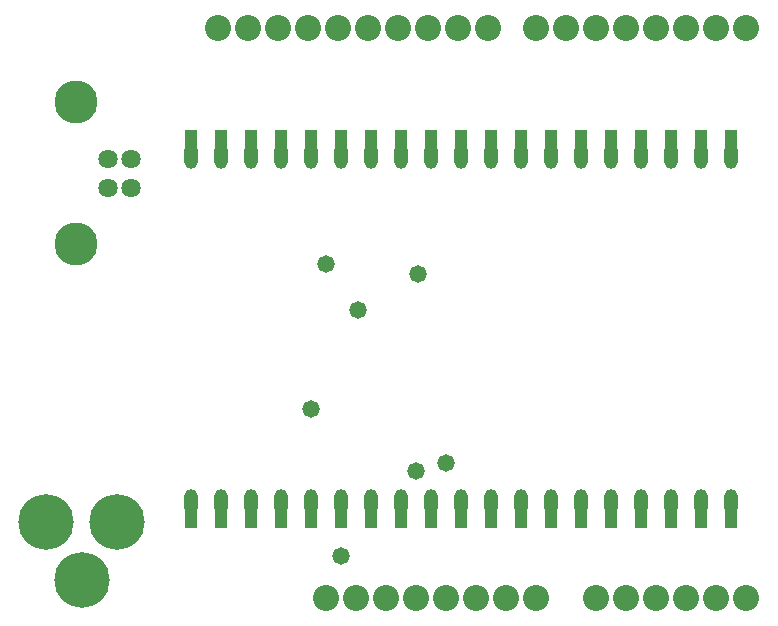
<source format=gts>
%FSLAX66Y66*%
%MOIN*%
%SFA1B1*%

%IPPOS*%
%ADD13C,0.086740*%
%ADD14O,0.045400X0.086740*%
%ADD15R,0.043430X0.067060*%
%ADD16C,0.064340*%
%ADD17C,0.143830*%
%ADD18C,0.185170*%
%ADD19C,0.058000*%
%LNesp32-hwe-uno-1*%
%LPD*%
G54D13*
X2500000Y2000000D03*
X2400000D03*
X2300000D03*
X2100000D03*
X2000000D03*
X1900000D03*
X1800000D03*
X2200000D03*
X1800000Y100000D03*
X1700000D03*
X1600000D03*
X1400000D03*
X1300000D03*
X1200000D03*
X1100000D03*
X1500000D03*
X740000Y2000000D03*
X840000D03*
X940000D03*
X1140000D03*
X1240000D03*
X1340000D03*
X1440000D03*
X1540000D03*
X1640000D03*
X1040000D03*
X2500000Y100000D03*
X2400000D03*
X2300000D03*
X2100000D03*
X2000000D03*
X2200000D03*
G54D14*
X2150000Y1574800D03*
X2050000D03*
X1950000D03*
X1850000D03*
X1750000D03*
X1650000D03*
X1550000D03*
X1450000D03*
X1350000D03*
X1250000D03*
X1150000D03*
X1050000D03*
X950000D03*
X850000D03*
X750000D03*
X650000D03*
X2450000D03*
X2350000D03*
X2250000D03*
X850000Y418660D03*
X750000D03*
X650000D03*
X2450000D03*
X2350000D03*
X2250000D03*
X2150000D03*
X2050000D03*
X1950000D03*
X1850000D03*
X1750000D03*
X1650000D03*
X1550000D03*
X1450000D03*
X1350000D03*
X1250000D03*
X1150000D03*
X1050000D03*
X950000D03*
G54D15*
X2150000Y1627950D03*
X2050000D03*
X1950000D03*
X1850000D03*
X1750000D03*
X1650000D03*
X1550000D03*
X1450000D03*
X1350000D03*
X1250000D03*
X1150000D03*
X1050000D03*
X950000D03*
X850000D03*
X750000D03*
X650000D03*
X2450000D03*
X2350000D03*
X2250000D03*
X850000Y365510D03*
X750000D03*
X650000D03*
X2450000D03*
X2350000D03*
X2250000D03*
X2150000D03*
X2050000D03*
X1950000D03*
X1850000D03*
X1750000D03*
X1650000D03*
X1550000D03*
X1450000D03*
X1350000D03*
X1250000D03*
X1150000D03*
X1050000D03*
X950000D03*
G54D16*
X450000Y1565000D03*
X371260D03*
X450000Y1466580D03*
X371260D03*
G54D17*
X264570Y1752790D03*
Y1278780D03*
G54D18*
X402760Y353740D03*
X286610Y160830D03*
X166540Y353740D03*
G54D19*
X1500000Y550000D03*
X1400000Y525000D03*
X1100000Y1215000D03*
X1205000Y1060000D03*
X1405000Y1180000D03*
X1050000Y730000D03*
X1150000Y240000D03*
M02*
</source>
